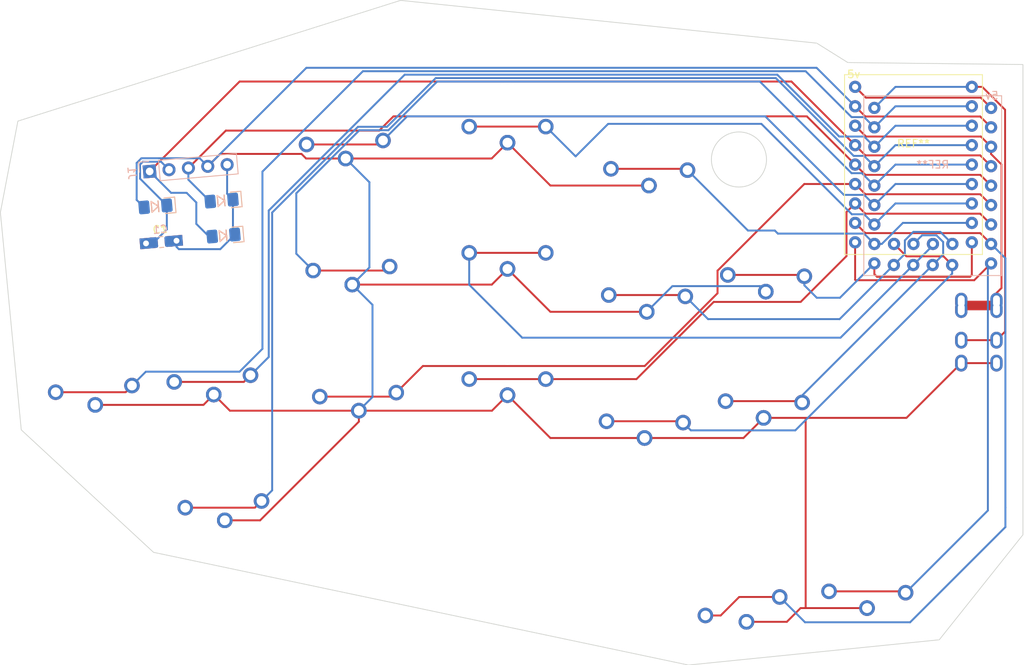
<source format=kicad_pcb>
(kicad_pcb (version 20211014) (generator pcbnew)
  (layers (0 "F.Cu" signal) (31 "B.Cu" signal) (34 "B.Paste" user) (35 "F.Paste" user) (36 "B.SilkS" user "B.Silkscreen") (37 "F.SilkS" user "F.Silkscreen") (38 "B.Mask" user) (39 "F.Mask" user) (44 "Edge.Cuts" user))
  (net 0 "")
  (net 1 "GND")
  (net 2 "5V")
  (net 3 "3V3")
  (net 4 "TP_DATA")
  (net 5 "TP_CLK")
  (net 6 "TX")
  (net 7 "VCC")
  (net 8 "Net-(C1-Pad2)")
  (net 9 "SW1")
  (net 10 "SW2")
  (net 11 "SW3")
  (net 12 "SW4")
  (net 13 "SW5")
  (net 14 "SW6")
  (net 15 "SW7")
  (net 16 "SW8")
  (net 17 "SW9")
  (net 18 "SW10")
  (net 19 "SW11")
  (net 20 "SW12")
  (net 21 "SW13")
  (net 22 "SW14")
  (net 23 "SW15")
  (net 24 "SW16")
  (footprint "PG1350" (layer "F.Cu") (at 135.382 87.63 179)
    (fp_text reference "S11" hide)
    (fp_text value "" hide)
    (pad "" np_thru_hole circle locked (at -5.5 0) (size 1.7018 1.7018) (drill 1.7018) (layers *.Cu *.Mask))
    (pad "" np_thru_hole circle locked (at 0 0) (size 3.429 3.429) (drill 3.429) (layers *.Cu *.Mask))
    (pad "" np_thru_hole circle locked (at 5.5 0) (size 1.7018 1.7018) (drill 1.7018) (layers *.Cu *.Mask))
    (pad "1" thru_hole circle locked (at 5 -3.8) (size 2.032 2.032) (drill 1.27) (layers *.Cu *.Mask) (net 16 "SW8"))
    (pad "1" thru_hole circle locked (at -5 -3.8) (size 2.032 2.032) (drill 1.27) (layers *.Cu *.Mask) (net 16 "SW8"))
    (pad "2" thru_hole circle locked (at 0 -5.9) (size 2.032 2.032) (drill 1.27) (layers *.Cu *.Mask) (net 1 "GND"))
    (pad "2" thru_hole circle locked (at 0 -5.9) (size 2.032 2.032) (drill 1.27) (layers *.Cu *.Mask) (net 1 "GND"))
  )
  (footprint "PG1350" (layer "F.Cu") (at 97.373507 100.562368 -177)
    (fp_text reference "S4" hide)
    (fp_text value "" hide)
    (pad "" np_thru_hole circle locked (at 0 0) (size 3.429 3.429) (drill 3.429) (layers *.Cu *.Mask))
    (pad "" np_thru_hole circle locked (at 5.5 0) (size 1.7018 1.7018) (drill 1.7018) (layers *.Cu *.Mask))
    (pad "" np_thru_hole circle locked (at -5.5 0) (size 1.7018 1.7018) (drill 1.7018) (layers *.Cu *.Mask))
    (pad "1" thru_hole circle locked (at -5 -3.8) (size 2.032 2.032) (drill 1.27) (layers *.Cu *.Mask) (net 23 "SW15"))
    (pad "1" thru_hole circle locked (at 5 -3.8) (size 2.032 2.032) (drill 1.27) (layers *.Cu *.Mask) (net 23 "SW15"))
    (pad "2" thru_hole circle locked (at 0 -5.9) (size 2.032 2.032) (drill 1.27) (layers *.Cu *.Mask) (net 1 "GND"))
    (pad "2" thru_hole circle locked (at 0 -5.9) (size 2.032 2.032) (drill 1.27) (layers *.Cu *.Mask) (net 1 "GND"))
  )
  (footprint "zero point:RP2040-Zero" (layer "F.Cu") (at 161.112507 86.042368)
    (fp_text reference "REF**" (at 9 -14.5 unlocked) (layer "F.SilkS"))
    (fp_text value "RP2040-Zero")
    (pad "1" thru_hole circle (at 16.62 -21.91) (size 1.6 1.6) (drill 0.8) (layers *.Cu *.Mask) (net 6 "TX"))
    (pad "2" thru_hole circle (at 16.62 -19.37) (size 1.6 1.6) (drill 0.8) (layers *.Cu *.Mask) (net 24 "SW16"))
    (pad "3" thru_hole circle (at 16.62 -16.83) (size 1.6 1.6) (drill 0.8) (layers *.Cu *.Mask) (net 9 "SW1"))
    (pad "4" thru_hole circle (at 16.62 -14.29) (size 1.6 1.6) (drill 0.8) (layers *.Cu *.Mask) (net 10 "SW2"))
    (pad "5" thru_hole circle (at 16.62 -11.75) (size 1.6 1.6) (drill 0.8) (layers *.Cu *.Mask) (net 11 "SW3"))
    (pad "6" thru_hole circle (at 16.62 -9.21) (size 1.6 1.6) (drill 0.8) (layers *.Cu *.Mask) (net 12 "SW4"))
    (pad "7" thru_hole circle (at 16.62 -6.67) (size 1.6 1.6) (drill 0.8) (layers *.Cu *.Mask) (net 13 "SW5"))
    (pad "8" thru_hole circle (at 16.62 -4.13) (size 1.6 1.6) (drill 0.8) (layers *.Cu *.Mask) (net 14 "SW6"))
    (pad "9" thru_hole circle (at 16.62 -1.59) (size 1.6 1.6) (drill 0.8) (layers *.Cu *.Mask) (net 15 "SW7"))
    (pad "10" thru_hole circle (at 14.08 -1.38) (size 1.6 1.6) (drill 0.8) (layers *.Cu *.Mask) (net 16 "SW8"))
    (pad "11" thru_hole circle (at 11.54 -1.38) (size 1.6 1.6) (drill 0.8) (layers *.Cu *.Mask) (net 17 "SW9"))
    (pad "12" thru_hole circle (at 9 -1.38) (size 1.6 1.6) (drill 0.8) (layers *.Cu *.Mask) (net 18 "SW10"))
    (pad "13" thru_hole circle (at 6.46 -1.38) (size 1.6 1.6) (drill 0.8) (layers *.Cu *.Mask) (net 19 "SW11"))
    (pad "15" thru_hole circle (at 1.38 -1.59) (size 1.6 1.6) (drill 0.8) (layers *.Cu *.Mask) (net 20 "SW12"))
    (pad "16" thru_hole circle (at 1.38 -4.13) (size 1.6 1.6) (drill 0.8) (layers *.Cu *.Mask) (net 21 "SW13"))
    (pad "17" thru_hole circle (at 1.38 -6.67) (size 1.6 1.6) (drill 0.8) (layers *.Cu *.Mask) (net 22 "SW14"))
    (pad "18" thru_hole circle (at 1.38 -9.21) (size 1.6 1.6) (drill 0.8) (layers *.Cu *.Mask) (net 23 "SW15"))
    (pad "19" thru_hole circle (at 1.38 -11.75) (size 1.6 1.6) (drill 0.8) (layers *.Cu *.Mask) (net 5 "TP_CLK"))
    (pad "20" thru_hole circle (at 1.38 -14.29) (size 1.6 1.6) (drill 0.8) (layers *.Cu *.Mask) (net 4 "TP_DATA"))
    (pad "21" thru_hole circle (at 1.38 -16.83) (size 1.6 1.6) (drill 0.8) (layers *.Cu *.Mask) (net 3 "3V3"))
    (pad "22" thru_hole circle (at 1.38 -21.91) (size 1.6 1.6) (drill 0.8) (layers *.Cu *.Mask) (net 2 "5V"))
    (pad "23" thru_hole circle (at 1.38 -19.37) (size 1.6 1.6) (drill 0.8) (layers *.Cu *.Mask) (net 1 "GND"))
  )
  (footprint "PG1350" (layer "F.Cu") (at 150.642287 101.49844 179)
    (fp_text reference "S13" hide)
    (fp_text value "" hide)
    (pad "" np_thru_hole circle locked (at 5.5 0) (size 1.7018 1.7018) (drill 1.7018) (layers *.Cu *.Mask))
    (pad "" np_thru_hole circle locked (at 0 0) (size 3.429 3.429) (drill 3.429) (layers *.Cu *.Mask))
    (pad "" np_thru_hole circle locked (at -5.5 0) (size 1.7018 1.7018) (drill 1.7018) (layers *.Cu *.Mask))
    (pad "1" thru_hole circle locked (at -5 -3.8) (size 2.032 2.032) (drill 1.27) (layers *.Cu *.Mask) (net 18 "SW10"))
    (pad "1" thru_hole circle locked (at 5 -3.8) (size 2.032 2.032) (drill 1.27) (layers *.Cu *.Mask) (net 18 "SW10"))
    (pad "2" thru_hole circle locked (at 0 -5.9) (size 2.032 2.032) (drill 1.27) (layers *.Cu *.Mask) (net 1 "GND"))
    (pad "2" thru_hole circle locked (at 0 -5.9) (size 2.032 2.032) (drill 1.27) (layers *.Cu *.Mask) (net 1 "GND"))
  )
  (footprint "PG1350" (layer "F.Cu") (at 95.64642 67.607593 -177)
    (fp_text reference "S6" hide)
    (fp_text value "" hide)
    (pad "" np_thru_hole circle locked (at 5.5 0) (size 1.7018 1.7018) (drill 1.7018) (layers *.Cu *.Mask))
    (pad "" np_thru_hole circle locked (at -5.5 0) (size 1.7018 1.7018) (drill 1.7018) (layers *.Cu *.Mask))
    (pad "" np_thru_hole circle locked (at 0 0) (size 3.429 3.429) (drill 3.429) (layers *.Cu *.Mask))
    (pad "1" thru_hole circle locked (at -5 -3.8) (size 2.032 2.032) (drill 1.27) (layers *.Cu *.Mask) (net 12 "SW4"))
    (pad "1" thru_hole circle locked (at 5 -3.8) (size 2.032 2.032) (drill 1.27) (layers *.Cu *.Mask) (net 12 "SW4"))
    (pad "2" thru_hole circle locked (at 0 -5.9) (size 2.032 2.032) (drill 1.27) (layers *.Cu *.Mask) (net 1 "GND"))
    (pad "2" thru_hole circle locked (at 0 -5.9) (size 2.032 2.032) (drill 1.27) (layers *.Cu *.Mask) (net 1 "GND"))
  )
  (footprint "PG1350" (layer "F.Cu") (at 150.930252 85.000953 179)
    (fp_text reference "S14" hide)
    (fp_text value "" hide)
    (pad "" np_thru_hole circle locked (at 0 0) (size 3.429 3.429) (drill 3.429) (layers *.Cu *.Mask))
    (pad "" np_thru_hole circle locked (at -5.5 0) (size 1.7018 1.7018) (drill 1.7018) (layers *.Cu *.Mask))
    (pad "" np_thru_hole circle locked (at 5.5 0) (size 1.7018 1.7018) (drill 1.7018) (layers *.Cu *.Mask))
    (pad "1" thru_hole circle locked (at 5 -3.8) (size 2.032 2.032) (drill 1.27) (layers *.Cu *.Mask) (net 15 "SW7"))
    (pad "1" thru_hole circle locked (at -5 -3.8) (size 2.032 2.032) (drill 1.27) (layers *.Cu *.Mask) (net 15 "SW7"))
    (pad "2" thru_hole circle locked (at 0 -5.9) (size 2.032 2.032) (drill 1.27) (layers *.Cu *.Mask) (net 1 "GND"))
    (pad "2" thru_hole circle locked (at 0 -5.9) (size 2.032 2.032) (drill 1.27) (layers *.Cu *.Mask) (net 1 "GND"))
  )
  (footprint "PG1350" (layer "F.Cu") (at 117.094036 82.027486 180)
    (fp_text reference "S8" hide)
    (fp_text value "" hide)
    (pad "" np_thru_hole circle locked (at 0 0) (size 3.429 3.429) (drill 3.429) (layers *.Cu *.Mask))
    (pad "" np_thru_hole circle locked (at -5.5 0) (size 1.7018 1.7018) (drill 1.7018) (layers *.Cu *.Mask))
    (pad "" np_thru_hole circle locked (at 5.5 0) (size 1.7018 1.7018) (drill 1.7018) (layers *.Cu *.Mask))
    (pad "1" thru_hole circle locked (at 5 -3.8) (size 2.032 2.032) (drill 1.27) (layers *.Cu *.Mask) (net 17 "SW9"))
    (pad "1" thru_hole circle locked (at -5 -3.8) (size 2.032 2.032) (drill 1.27) (layers *.Cu *.Mask) (net 17 "SW9"))
    (pad "2" thru_hole circle locked (at 0 -5.9) (size 2.032 2.032) (drill 1.27) (layers *.Cu *.Mask) (net 1 "GND"))
    (pad "2" thru_hole circle locked (at 0 -5.9) (size 2.032 2.032) (drill 1.27) (layers *.Cu *.Mask) (net 1 "GND"))
  )
  (footprint "PG1350" (layer "F.Cu") (at 117.094036 98.527486 180)
    (fp_text reference "S7" hide)
    (fp_text value "" hide)
    (pad "" np_thru_hole circle locked (at 5.5 0) (size 1.7018 1.7018) (drill 1.7018) (layers *.Cu *.Mask))
    (pad "" np_thru_hole circle locked (at 0 0) (size 3.429 3.429) (drill 3.429) (layers *.Cu *.Mask))
    (pad "" np_thru_hole circle locked (at -5.5 0) (size 1.7018 1.7018) (drill 1.7018) (layers *.Cu *.Mask))
    (pad "1" thru_hole circle locked (at -5 -3.8) (size 2.032 2.032) (drill 1.27) (layers *.Cu *.Mask) (net 22 "SW14"))
    (pad "1" thru_hole circle locked (at 5 -3.8) (size 2.032 2.032) (drill 1.27) (layers *.Cu *.Mask) (net 22 "SW14"))
    (pad "2" thru_hole circle locked (at 0 -5.9) (size 2.032 2.032) (drill 1.27) (layers *.Cu *.Mask) (net 1 "GND"))
    (pad "2" thru_hole circle locked (at 0 -5.9) (size 2.032 2.032) (drill 1.27) (layers *.Cu *.Mask) (net 1 "GND"))
  )
  (footprint "PG1350" (layer "F.Cu") (at 135.094036 104.127487 179)
    (fp_text reference "S10" hide)
    (fp_text value "" hide)
    (pad "" np_thru_hole circle locked (at -5.5 0) (size 1.7018 1.7018) (drill 1.7018) (layers *.Cu *.Mask))
    (pad "" np_thru_hole circle locked (at 5.5 0) (size 1.7018 1.7018) (drill 1.7018) (layers *.Cu *.Mask))
    (pad "" np_thru_hole circle locked (at 0 0) (size 3.429 3.429) (drill 3.429) (layers *.Cu *.Mask))
    (pad "1" thru_hole circle locked (at -5 -3.8) (size 2.032 2.032) (drill 1.27) (layers *.Cu *.Mask) (net 19 "SW11"))
    (pad "1" thru_hole circle locked (at 5 -3.8) (size 2.032 2.032) (drill 1.27) (layers *.Cu *.Mask) (net 19 "SW11"))
    (pad "2" thru_hole circle locked (at 0 -5.9) (size 2.032 2.032) (drill 1.27) (layers *.Cu *.Mask) (net 1 "GND"))
    (pad "2" thru_hole circle locked (at 0 -5.9) (size 2.032 2.032) (drill 1.27) (layers *.Cu *.Mask) (net 1 "GND"))
  )
  (footprint "TRRS-PJ-320A-dual" (layer "F.Cu") (at 176.353507 103.438868 180)
    (fp_text reference "REF**")
    (fp_text value "TRRS-PJ-320A-dual")
    (pad "" np_thru_hole circle locked (at -2.3 1.6 180) (size 1.5 1.5) (drill 1.5) (layers *.Cu *.Mask))
    (pad "" np_thru_hole circle locked (at -2.3 8.6 180) (size 1.5 1.5) (drill 1.5) (layers *.Cu *.Mask))
    (pad "1" thru_hole oval locked (at 0 11.3 180) (size 1.6 2.2) (drill oval 0.9 1.5) (layers *.Cu *.Mask) (net 3 "3V3"))
    (pad "1" thru_hole oval locked (at -4.6 11.3 180) (size 1.6 2.2) (drill oval 0.9 1.5) (layers *.Cu *.Mask) (net 3 "3V3"))
    (pad "2" thru_hole oval locked (at 0 10.2 180) (size 1.6 2.2) (drill oval 0.9 1.5) (layers *.Cu *.Mask) (net 3 "3V3"))
    (pad "2" thru_hole oval locked (at -4.6 10.2 180) (size 1.6 2.2) (drill oval 0.9 1.5) (layers *.Cu *.Mask) (net 3 "3V3"))
    (pad "3" thru_hole oval locked (at -4.6 6.2 180) (size 1.6 2.2) (drill oval 0.9 1.5) (layers *.Cu *.Mask) (net 6 "TX"))
    (pad "3" thru_hole oval locked (at 0 6.2 180) (size 1.6 2.2) (drill oval 0.9 1.5) (layers *.Cu *.Mask) (net 6 "TX"))
    (pad "4" thru_hole oval locked (at 0 3.2 180) (size 1.6 2.2) (drill oval 0.9 1.5) (layers *.Cu *.Mask) (net 1 "GND"))
    (pad "4" thru_hole oval locked (at -4.6 3.2 180) (size 1.6 2.2) (drill oval 0.9 1.5) (layers *.Cu *.Mask) (net 1 "GND"))
  )
  (footprint "PG1350" (layer "F.Cu") (at 79.656663 114.911094 -175)
    (fp_text reference "S2" hide)
    (fp_text value "" hide)
    (pad "" np_thru_hole circle locked (at -5.5 0) (size 1.7018 1.7018) (drill 1.7018) (layers *.Cu *.Mask))
    (pad "" np_thru_hole circle locked (at 5.5 0) (size 1.7018 1.7018) (drill 1.7018) (layers *.Cu *.Mask))
    (pad "" np_thru_hole circle locked (at 0 0) (size 3.429 3.429) (drill 3.429) (layers *.Cu *.Mask))
    (pad "1" thru_hole circle locked (at -5 -3.8) (size 2.032 2.032) (drill 1.27) (layers *.Cu *.Mask) (net 10 "SW2"))
    (pad "1" thru_hole circle locked (at 5 -3.8) (size 2.032 2.032) (drill 1.27) (layers *.Cu *.Mask) (net 10 "SW2"))
    (pad "2" thru_hole circle locked (at 0 -5.9) (size 2.032 2.032) (drill 1.27) (layers *.Cu *.Mask) (net 1 "GND"))
    (pad "2" thru_hole circle locked (at 0 -5.9) (size 2.032 2.032) (drill 1.27) (layers *.Cu *.Mask) (net 1 "GND"))
  )
  (footprint "PG1350" (layer "F.Cu") (at 135.669965 71.132513 179)
    (fp_text reference "S12" hide)
    (fp_text value "" hide)
    (pad "" np_thru_hole circle locked (at -5.5 0) (size 1.7018 1.7018) (drill 1.7018) (layers *.Cu *.Mask))
    (pad "" np_thru_hole circle locked (at 5.5 0) (size 1.7018 1.7018) (drill 1.7018) (layers *.Cu *.Mask))
    (pad "" np_thru_hole circle locked (at 0 0) (size 3.429 3.429) (drill 3.429) (layers *.Cu *.Mask))
    (pad "1" thru_hole circle locked (at 5 -3.8) (size 2.032 2.032) (drill 1.27) (layers *.Cu *.Mask) (net 14 "SW6"))
    (pad "1" thru_hole circle locked (at -5 -3.8) (size 2.032 2.032) (drill 1.27) (layers *.Cu *.Mask) (net 14 "SW6"))
    (pad "2" thru_hole circle locked (at 0 -5.9) (size 2.032 2.032) (drill 1.27) (layers *.Cu *.Mask) (net 1 "GND"))
    (pad "2" thru_hole circle locked (at 0 -5.9) (size 2.032 2.032) (drill 1.27) (layers *.Cu *.Mask) (net 1 "GND"))
  )
  (footprint "PG1350" (layer "F.Cu") (at 96.509964 84.084981 -177)
    (fp_text reference "S5" hide)
    (fp_text value "" hide)
    (pad "" np_thru_hole circle locked (at -5.5 0) (size 1.7018 1.7018) (drill 1.7018) (layers *.Cu *.Mask))
    (pad "" np_thru_hole circle locked (at 0 0) (size 3.429 3.429) (drill 3.429) (layers *.Cu *.Mask))
    (pad "" np_thru_hole circle locked (at 5.5 0) (size 1.7018 1.7018) (drill 1.7018) (layers *.Cu *.Mask))
    (pad "1" thru_hole circle locked (at 5 -3.8) (size 2.032 2.032) (drill 1.27) (layers *.Cu *.Mask) (net 11 "SW3"))
    (pad "1" thru_hole circle locked (at -5 -3.8) (size 2.032 2.032) (drill 1.27) (layers *.Cu *.Mask) (net 11 "SW3"))
    (pad "2" thru_hole circle locked (at 0 -5.9) (size 2.032 2.032) (drill 1.27) (layers *.Cu *.Mask) (net 1 "GND"))
    (pad "2" thru_hole circle locked (at 0 -5.9) (size 2.032 2.032) (drill 1.27) (layers *.Cu *.Mask) (net 1 "GND"))
  )
  (footprint "PG1350" (layer "F.Cu") (at 117.094036 65.527486 180)
    (fp_text reference "S9" hide)
    (fp_text value "" hide)
    (pad "" np_thru_hole circle locked (at 5.5 0) (size 1.7018 1.7018) (drill 1.7018) (layers *.Cu *.Mask))
    (pad "" np_thru_hole circle locked (at 0 0) (size 3.429 3.429) (drill 3.429) (layers *.Cu *.Mask))
    (pad "" np_thru_hole circle locked (at -5.5 0) (size 1.7018 1.7018) (drill 1.7018) (layers *.Cu *.Mask))
    (pad "1" thru_hole circle locked (at -5 -3.8) (size 2.032 2.032) (drill 1.27) (layers *.Cu *.Mask) (net 13 "SW5"))
    (pad "1" thru_hole circle locked (at 5 -3.8) (size 2.032 2.032) (drill 1.27) (layers *.Cu *.Mask) (net 13 "SW5"))
    (pad "2" thru_hole circle locked (at 0 -5.9) (size 2.032 2.032) (drill 1.27) (layers *.Cu *.Mask) (net 1 "GND"))
    (pad "2" thru_hole circle locked (at 0 -5.9) (size 2.032 2.032) (drill 1.27) (layers *.Cu *.Mask) (net 1 "GND"))
  )
  (footprint "PG1350" (layer "F.Cu") (at 146.873539 128.326383 -166)
    (fp_text reference "S15" hide)
    (fp_text value "" hide)
    (pad "" np_thru_hole circle locked (at -5.5 0) (size 1.7018 1.7018) (drill 1.7018) (layers *.Cu *.Mask))
    (pad "" np_thru_hole circle locked (at 0 0) (size 3.429 3.429) (drill 3.429) (layers *.Cu *.Mask))
    (pad "" np_thru_hole circle locked (at 5.5 0) (size 1.7018 1.7018) (drill 1.7018) (layers *.Cu *.Mask))
    (pad "1" thru_hole circle locked (at -5 -3.8) (size 2.032 2.032) (drill 1.27) (layers *.Cu *.Mask) (net 21 "SW13"))
    (pad "1" thru_hole circle locked (at 5 -3.8) (size 2.032 2.032) (drill 1.27) (layers *.Cu *.Mask) (net 21 "SW13"))
    (pad "2" thru_hole circle locked (at 0 -5.9) (size 2.032 2.032) (drill 1.27) (layers *.Cu *.Mask) (net 1 "GND"))
    (pad "2" thru_hole circle locked (at 0 -5.9) (size 2.032 2.032) (drill 1.27) (layers *.Cu *.Mask) (net 1 "GND"))
  )
  (footprint "PG1350" (layer "F.Cu") (at 62.738 99.822 -175)
    (fp_text reference "S1" hide)
    (fp_text value "" hide)
    (pad "" np_thru_hole circle locked (at 0 0) (size 3.429 3.429) (drill 3.429) (layers *.Cu *.Mask))
    (pad "" np_thru_hole circle locked (at -5.5 0) (size 1.7018 1.7018) (drill 1.7018) (layers *.Cu *.Mask))
    (pad "" np_thru_hole circle locked (at 5.5 0) (size 1.7018 1.7018) (drill 1.7018) (layers *.Cu *.Mask))
    (pad "1" thru_hole circle locked (at 5 -3.8) (size 2.032 2.032) (drill 1.27) (layers *.Cu *.Mask) (net 24 "SW16"))
    (pad "1" thru_hole circle locked (at -5 -3.8) (size 2.032 2.032) (drill 1.27) (layers *.Cu *.Mask) (net 24 "SW16"))
    (pad "2" thru_hole circle locked (at 0 -5.9) (size 2.032 2.032) (drill 1.27) (layers *.Cu *.Mask) (net 1 "GND"))
    (pad "2" thru_hole circle locked (at 0 -5.9) (size 2.032 2.032) (drill 1.27) (layers *.Cu *.Mask) (net 1 "GND"))
  )
  (footprint "PG1350" (layer "F.Cu") (at 78.218593 98.473881 -175)
    (fp_text reference "S3" hide)
    (fp_text value "" hide)
    (pad "" np_thru_hole circle locked (at 5.5 0) (size 1.7018 1.7018) (drill 1.7018) (layers *.Cu *.Mask))
    (pad "" np_thru_hole circle locked (at 0 0) (size 3.429 3.429) (drill 3.429) (layers *.Cu *.Mask))
    (pad "" np_thru_hole circle locked (at -5.5 0) (size 1.7018 1.7018) (drill 1.7018) (layers *.Cu *.Mask))
    (pad "1" thru_hole circle locked (at 5 -3.8) (size 2.032 2.032) (drill 1.27) (layers *.Cu *.Mask) (net 9 "SW1"))
    (pad "1" thru_hole circle locked (at -5 -3.8) (size 2.032 2.032) (drill 1.27) (layers *.Cu *.Mask) (net 9 "SW1"))
    (pad "2" thru_hole circle locked (at 0 -5.9) (size 2.032 2.032) (drill 1.27) (layers *.Cu *.Mask) (net 1 "GND"))
    (pad "2" thru_hole circle locked (at 0 -5.9) (size 2.032 2.032) (drill 1.27) (layers *.Cu *.Mask) (net 1 "GND"))
  )
  (footprint "PG1350" (layer "F.Cu") (at 164.152301 126.357717 179)
    (fp_text reference "S16" hide)
    (fp_text value "" hide)
    (pad "" np_thru_hole circle locked (at -5.5 0) (size 1.7018 1.7018) (drill 1.7018) (layers *.Cu *.Mask))
    (pad "" np_thru_hole circle locked (at 5.5 0) (size 1.7018 1.7018) (drill 1.7018) (layers *.Cu *.Mask))
    (pad "" np_thru_hole circle locked (at 0 0) (size 3.429 3.429) (drill 3.429) (layers *.Cu *.Mask))
    (pad "1" thru_hole circle locked (at -5 -3.8) (size 2.032 2.032) (drill 1.27) (layers *.Cu *.Mask) (net 20 "SW12"))
    (pad "1" thru_hole circle locked (at 5 -3.8) (size 2.032 2.032) (drill 1.27) (layers *.Cu *.Mask) (net 20 "SW12"))
    (pad "2" thru_hole circle locked (at 0 -5.9) (size 2.032 2.032) (drill 1.27) (layers *.Cu *.Mask) (net 1 "GND"))
    (pad "2" thru_hole circle locked (at 0 -5.9) (size 2.032 2.032) (drill 1.27) (layers *.Cu *.Mask) (net 1 "GND"))
  )
  (footprint "pretty:D_1206_handsolder" (layer "B.Cu") (at 71.12 79.756 -175)
    (fp_text reference "R3" hide)
    (fp_text value "100kΩ")
    (pad "1" smd roundrect (at -1.4875 0 185) (size 1.425 1.75) (layers "B.Cu" "B.Paste" "B.Mask") (roundrect_rratio 0.175439) (net 8 "Net-(C1-Pad2)"))
    (pad "2" smd roundrect (at 1.4875 0 185) (size 1.425 1.75) (layers "B.Cu" "B.Paste" "B.Mask") (roundrect_rratio 0.175439) (net 1 "GND"))
  )
  (footprint "Connector_PinHeader_2.54mm:PinHeader_1x05_P2.54mm_Vertical" (layer "B.Cu") (at 70.358 75.184 -85)
    (fp_text reference "J1" (at 0 2.33 95) (layer "B.SilkS") (effects (justify mirror)))
    (fp_text value "TrackPoint")
    (pad "1" thru_hole rect (at 0 0 275) (size 1.7 1.7) (drill 1) (layers *.Cu *.Mask) (net 4 "TP_DATA"))
    (pad "2" thru_hole oval (at 0 -2.54 275) (size 1.7 1.7) (drill 1) (layers *.Cu *.Mask) (net 8 "Net-(C1-Pad2)"))
    (pad "3" thru_hole oval (at 0 -5.08 275) (size 1.7 1.7) (drill 1) (layers *.Cu *.Mask) (net 5 "TP_CLK"))
    (pad "4" thru_hole oval (at 0 -7.62 275) (size 1.7 1.7) (drill 1) (layers *.Cu *.Mask) (net 1 "GND"))
    (pad "5" thru_hole oval (at 0 -10.16 275) (size 1.7 1.7) (drill 1) (layers *.Cu *.Mask) (net 7 "VCC"))
  )
  (footprint "pretty:D_1206_handsolder" (layer "B.Cu") (at 80.01 83.566 -175)
    (fp_text reference "R2" hide)
    (fp_text value "4.7kΩ")
    (pad "1" smd roundrect (at -1.4875 0 185) (size 1.425 1.75) (layers "B.Cu" "B.Paste" "B.Mask") (roundrect_rratio 0.175439) (net 7 "VCC"))
    (pad "2" smd roundrect (at 1.4875 0 185) (size 1.425 1.75) (layers "B.Cu" "B.Paste" "B.Mask") (roundrect_rratio 0.175439) (net 4 "TP_DATA"))
  )
  (footprint "zero point:RP2040-Zero" (layer "B.Cu") (at 181.625 88.794368 180)
    (fp_text reference "REF**" (at 9 14.5 unlocked) (layer "B.SilkS") (effects (justify mirror)))
    (fp_text value "RP2040-Zero")
    (pad "1" thru_hole circle (at 16.62 21.91 180) (size 1.6 1.6) (drill 0.8) (layers *.Cu *.Mask) (net 6 "TX"))
    (pad "2" thru_hole circle (at 16.62 19.37 180) (size 1.6 1.6) (drill 0.8) (layers *.Cu *.Mask) (net 24 "SW16"))
    (pad "3" thru_hole circle (at 16.62 16.83 180) (size 1.6 1.6) (drill 0.8) (layers *.Cu *.Mask) (net 9 "SW1"))
    (pad "4" thru_hole circle (at 16.62 14.29 180) (size 1.6 1.6) (drill 0.8) (layers *.Cu *.Mask) (net 10 "SW2"))
    (pad "5" thru_hole circle (at 16.62 11.75 180) (size 1.6 1.6) (drill 0.8) (layers *.Cu *.Mask) (net 11 "SW3"))
    (pad "6" thru_hole circle (at 16.62 9.21 180) (size 1.6 1.6) (drill 0.8) (layers *.Cu *.Mask) (net 12 "SW4"))
    (pad "7" thru_hole circle (at 16.62 6.67 180) (size 1.6 1.6) (drill 0.8) (layers *.Cu *.Mask) (net 13 "SW5"))
    (pad "8" thru_hole circle (at 16.62 4.13 180) (size 1.6 1.6) (drill 0.8) (layers *.Cu *.Mask) (net 14 "SW6"))
    (pad "9" thru_hole circle (at 16.62 1.59 180) (size 1.6 1.6) (drill 0.8) (layers *.Cu *.Mask) (net 15 "SW7"))
    (pad "10" thru_hole circle (at 14.08 1.38 180) (size 1.6 1.6) (drill 0.8) (layers *.Cu *.Mask) (net 16 "SW8"))
    (pad "11" thru_hole circle (at 11.54 1.38 180) (size 1.6 1.6) (drill 0.8) (layers *.Cu *.Mask) (net 17 "SW9"))
    (pad "12" thru_hole circle (at 9 1.38 180) (size 1.6 1.6) (drill 0.8) (layers *.Cu *.Mask) (net 18 "SW10"))
    (pad "13" thru_hole circle (at 6.46 1.38 180) (size 1.6 1.6) (drill 0.8) (layers *.Cu *.Mask) (net 19 "SW11"))
    (pad "15" thru_hole circle (at 1.38 1.59 180) (size 1.6 1.6) (drill 0.8) (layers *.Cu *.Mask) (net 20 "SW12"))
    (pad "16" thru_hole circle (at 1.38 4.13 180) (size 1.6 1.6) (drill 0.8) (layers *.Cu *.Mask) (net 21 "SW13"))
    (pad "17" thru_hole circle (at 1.38 6.67 180) (size 1.6 1.6) (drill 0.8) (layers *.Cu *.Mask) (net 22 "SW14"))
    (pad "18" thru_hole circle (at 1.38 9.21 180) (size 1.6 1.6) (drill 0.8) (layers *.Cu *.Mask) (net 23 "SW15"))
    (pad "19" thru_hole circle (at 1.38 11.75 180) (size 1.6 1.6) (drill 0.8) (layers *.Cu *.Mask) (net 5 "TP_CLK"))
    (pad "20" thru_hole circle (at 1.38 14.29 180) (size 1.6 1.6) (drill 0.8) (layers *.Cu *.Mask) (net 4 "TP_DATA"))
    (pad "21" thru_hole circle (at 1.38 16.83 180) (size 1.6 1.6) (drill 0.8) (layers *.Cu *.Mask) (net 3 "3V3"))
    (pad "22" thru_hole circle (at 1.38 21.91 180) (size 1.6 1.6) (drill 0.8) (layers *.Cu *.Mask) (net 2 "5V"))
    (pad "23" thru_hole circle (at 1.38 19.37 180) (size 1.6 1.6) (drill 0.8) (layers *.Cu *.Mask) (net 1 "GND"))
  )
  (footprint "pretty:C_THT_SMD_0805_HandSolder_Reversable" (layer "B.Cu") (at 71.8769 84.417335 -175)
    (fp_text reference "C1" (at 0 1.65 5) (layer "B.SilkS") (effects (justify mirror)))
    (fp_text value "2.2uF")
    (fp_text user "${REFERENCE}" (at 0 1.65 5) (layer "F.SilkS"))
    (pad "1" smd roundrect locked (at -1.025 0 185) (size 1.15 1.4) (layers "B.Cu" "B.Paste" "B.Mask") (roundrect_rratio 0.217391) (net 7 "VCC"))
    (pad "1" thru_hole rect (at -2 0 185) (size 1.6 1.4) (drill 0.762) (layers *.Cu *.Mask) (net 7 "VCC"))
    (pad "1" smd roundrect locked (at -1.025 0 185) (size 1.15 1.4) (layers "F.Cu" "F.Paste" "F.Mask") (roundrect_rratio 0.217391) (net 7 "VCC"))
    (pad "2" thru_hole rect (at 2 0 185) (size 1.6 1.4) (drill 0.762) (layers *.Cu *.Mask) (net 8 "Net-(C1-Pad2)"))
    (pad "2" smd roundrect locked (at 1.03 0 185) (size 1.15 1.4) (layers "F.Cu" "F.Paste" "F.Mask") (roundrect_rratio 0.217391) (net 8 "Net-(C1-Pad2)"))
    (pad "2" smd roundrect locked (at 1.025 0 185) (size 1.15 1.4) (layers "B.Cu" "B.Paste" "B.Mask") (roundrect_rratio 0.217391) (net 8 "Net-(C1-Pad2)"))
  )
  (footprint "pretty:D_1206_handsolder" (layer "B.Cu") (at 79.756 78.994 -175)
    (fp_text reference "R1" hide)
    (fp_text value "4.7kΩ")
    (pad "1" smd roundrect (at -1.4875 0 185) (size 1.425 1.75) (layers "B.Cu" "B.Paste" "B.Mask") (roundrect_rratio 0.175439) (net 7 "VCC"))
    (pad "2" smd roundrect (at 1.4875 0 185) (size 1.425 1.75) (layers "B.Cu" "B.Paste" "B.Mask") (roundrect_rratio 0.175439) (net 5 "TP_CLK"))
  )
  (gr_poly (pts (xy 157.48 58.42) (xy 161.544 60.96) (xy 184.404 61.214) (xy 184.404 122.682) (xy 173.482 136.398) (xy 140.716 139.7) (xy 70.866 124.968) (xy 53.594 108.966) (xy 50.866046 80.546861) (xy 53.152046 68.608861) (xy 103.124 52.832)) (layer "Edge.Cuts") (width 0.1) (fill none))
  (gr_circle (center 147.32 73.626991) (end 150.92 73.626991) (layer "Edge.Cuts") (width 0.1) (fill none))
  (gr_text "5v" (at 180.34 65.278) (layer "B.SilkS") (effects (font (size 1 1)) (justify mirror)))
  (gr_text "5v" (at 162.306 62.484) (layer "F.SilkS") (effects (font (size 1 1))))
  (segment (start 77.384693 105.699549) (end 78.732812 104.35143) (width 0.25) (layer "F.Cu") (net 1))
  (segment (start 115.044627 89.976895) (end 96.818746 89.976895) (width 0.25) (layer "F.Cu") (net 1))
  (segment (start 153.576508 134.051128) (end 148.300878 134.051128) (width 0.25) (layer "F.Cu") (net 1))
  (segment (start 134.991067 110.026588) (end 122.693138 110.026588) (width 0.25) (layer "F.Cu") (net 1))
  (segment (start 80.835664 106.454282) (end 78.732812 104.35143) (width 0.25) (layer "F.Cu") (net 1))
  (segment (start 176.353507 100.238868) (end 180.953507 100.238868) (width 0.25) (layer "F.Cu") (net 1))
  (segment (start 156.033182 132.256818) (end 156.033182 107.469339) (width 0.25) (layer "F.Cu") (net 1))
  (segment (start 115.06724 106.454282) (end 117.094036 104.427486) (width 0.25) (layer "F.Cu") (net 1))
  (segment (start 178.829511 68.008879) (end 180.245 69.424368) (width 0.25) (layer "F.Cu") (net 1))
  (segment (start 163.829018 68.008879) (end 178.829511 68.008879) (width 0.25) (layer "F.Cu") (net 1))
  (segment (start 135.566996 77.031614) (end 122.698164 77.031614) (width 0.25) (layer "F.Cu") (net 1))
  (segment (start 115.022015 73.499507) (end 117.094036 71.427486) (width 0.25) (layer "F.Cu") (net 1))
  (segment (start 122.695651 93.529101) (end 117.094036 87.927486) (width 0.25) (layer "F.Cu") (net 1))
  (segment (start 117.094036 87.927486) (end 115.044627 89.976895) (width 0.25) (layer "F.Cu") (net 1))
  (segment (start 122.693138 110.026588) (end 117.094036 104.427486) (width 0.25) (layer "F.Cu") (net 1))
  (segment (start 164.049332 132.256818) (end 156.033182 132.256818) (width 0.25) (layer "F.Cu") (net 1))
  (segment (start 97.682289 106.454282) (end 80.835664 106.454282) (width 0.25) (layer "F.Cu") (net 1))
  (segment (start 90.791821 73.499507) (end 90.190314 72.898) (width 0.25) (layer "F.Cu") (net 1))
  (segment (start 135.279031 93.529101) (end 122.695651 93.529101) (width 0.25) (layer "F.Cu") (net 1))
  (segment (start 150.539318 107.397541) (end 169.194834 107.397541) (width 0.25) (layer "F.Cu") (net 1))
  (segment (start 97.682289 107.891122) (end 97.682289 106.454282) (width 0.25) (layer "F.Cu") (net 1))
  (segment (start 90.190314 72.898) (end 79.570877 72.898) (width 0.25) (layer "F.Cu") (net 1))
  (segment (start 122.698164 77.031614) (end 117.094036 71.427486) (width 0.25) (layer "F.Cu") (net 1))
  (segment (start 169.194834 107.397541) (end 176.353507 100.238868) (width 0.25) (layer "F.Cu") (net 1))
  (segment (start 95.955202 73.499507) (end 90.791821 73.499507) (width 0.25) (layer "F.Cu") (net 1))
  (segment (start 95.955202 73.499507) (end 115.022015 73.499507) (width 0.25) (layer "F.Cu") (net 1))
  (segment (start 79.570877 72.898) (end 77.949004 74.519873) (width 0.25) (layer "F.Cu") (net 1))
  (segment (start 162.492507 66.672368) (end 163.829018 68.008879) (width 0.25) (layer "F.Cu") (net 1))
  (segment (start 63.252219 105.699549) (end 77.384693 105.699549) (width 0.25) (layer "F.Cu") (net 1))
  (segment (start 155.370818 132.256818) (end 153.576508 134.051128) (width 0.25) (layer "F.Cu") (net 1))
  (segment (start 97.682289 106.454282) (end 115.06724 106.454282) (width 0.25) (layer "F.Cu") (net 1))
  (segment (start 156.033182 132.256818) (end 155.370818 132.256818) (width 0.25) (layer "F.Cu") (net 1))
  (segment (start 84.784768 120.788643) (end 97.682289 107.891122) (width 0.25) (layer "F.Cu") (net 1))
  (segment (start 150.539318 107.397541) (end 147.910271 110.026588) (width 0.25) (layer "F.Cu") (net 1))
  (segment (start 80.170882 120.788643) (end 84.784768 120.788643) (width 0.25) (layer "F.Cu") (net 1))
  (segment (start 147.910271 110.026588) (end 134.991067 110.026588) (width 0.25) (layer "F.Cu") (net 1))
  (segment (start 156.033182 107.469339) (end 156.031218 107.467375) (width 0.25) (layer "F.Cu") (net 1))
  (segment (start 157.460524 61.640385) (end 90.828492 61.640385) (width 0.25) (layer "B.Cu") (net 1))
  (segment (start 99.462528 104.674043) (end 97.682289 106.454282) (width 0.25) (layer "B.Cu") (net 1))
  (segment (start 99.06 76.604305) (end 99.06 87.735641) (width 0.25) (layer "B.Cu") (net 1))
  (segment (start 150.827283 90.900054) (end 150.103401 90.176172) (width 0.25) (layer "B.Cu") (net 1))
  (segment (start 99.462528 92.620677) (end 99.462528 104.674043) (width 0.25) (layer "B.Cu") (net 1))
  (segment (start 77.949004 74.519873) (end 76.893611 73.46448) (width 0.25) (layer "B.Cu") (net 1))
  (segment (start 96.818746 89.976895) (end 99.462528 92.620677) (width 0.25) (layer "B.Cu") (net 1))
  (segment (start 90.828492 61.640385) (end 77.949004 74.519873) (width 0.25) (layer "B.Cu") (net 1))
  (segment (start 95.955202 73.499507) (end 99.06 76.604305) (width 0.25) (layer "B.Cu") (net 1))
  (segment (start 68.663112 78.910596) (end 69.63816 79.885644) (width 0.25) (layer "B.Cu") (net 1))
  (segment (start 76.893611 73.46448) (end 69.28352 73.46448) (width 0.25) (layer "B.Cu") (net 1))
  (segment (start 138.63196 90.176172) (end 135.279031 93.529101) (width 0.25) (layer "B.Cu") (net 1))
  (segment (start 69.28352 73.46448) (end 68.663112 74.084888) (width 0.25) (layer "B.Cu") (net 1))
  (segment (start 68.663112 74.084888) (end 68.663112 78.910596) (width 0.25) (layer "B.Cu") (net 1))
  (segment (start 99.06 87.735641) (end 96.818746 89.976895) (width 0.25) (layer "B.Cu") (net 1))
  (segment (start 150.103401 90.176172) (end 138.63196 90.176172) (width 0.25) (layer "B.Cu") (net 1))
  (segment (start 162.492507 66.672368) (end 157.460524 61.640385) (width 0.25) (layer "B.Cu") (net 1))
  (segment (start 163.907996 65.547857) (end 178.908489 65.547857) (width 0.25) (layer "F.Cu") (net 2))
  (segment (start 178.908489 65.547857) (end 180.245 66.884368) (width 0.25) (layer "F.Cu") (net 2))
  (segment (start 162.492507 64.132368) (end 163.907996 65.547857) (width 0.25) (layer "F.Cu") (net 2))
  (segment (start 181.61 74.279068) (end 181.61 90.424) (width 0.25) (layer "F.Cu") (net 3))
  (segment (start 162.492507 69.212368) (end 163.907996 70.627857) (width 0.25) (layer "F.Cu") (net 3))
  (segment (start 176.353507 93.238868) (end 176.882375 92.71) (width 0.25) (layer "F.Cu") (net 3))
  (segment (start 178.908489 70.627857) (end 180.245 71.964368) (width 0.25) (layer "F.Cu") (net 3))
  (segment (start 180.245 71.964368) (end 180.245 72.914068) (width 0.25) (layer "F.Cu") (net 3))
  (segment (start 180.245 72.914068) (end 181.61 74.279068) (width 0.25) (layer "F.Cu") (net 3))
  (segment (start 176.353507 92.138868) (end 176.353507 93.238868) (width 0.25) (layer "F.Cu") (net 3))
  (segment (start 163.907996 70.627857) (end 178.908489 70.627857) (width 0.25) (layer "F.Cu") (net 3))
  (segment (start 181.61 90.424) (end 180.953507 91.080493) (width 0.25) (layer "F.Cu") (net 3))
  (segment (start 180.953507 92.138868) (end 180.953507 93.238868) (width 0.25) (layer "F.Cu") (net 3))
  (segment (start 180.953507 91.080493) (end 180.953507 92.138868) (width 0.25) (layer "F.Cu") (net 3))
  (segment (start 176.882375 92.71) (end 180.424639 92.71) (width 1.25) (layer "F.Cu") (net 3))
  (segment (start 82.103535 63.438465) (end 70.358 75.184) (width 0.25) (layer "F.Cu") (net 4))
  (segment (start 154.178604 63.438465) (end 82.103535 63.438465) (width 0.25) (layer "F.Cu") (net 4))
  (segment (start 162.492507 71.752368) (end 163.829018 73.088879) (width 0.25) (layer "F.Cu") (net 4))
  (segment (start 163.829018 73.088879) (end 178.829511 73.088879) (width 0.25) (layer "F.Cu") (net 4))
  (segment (start 178.829511 73.088879) (end 180.245 74.504368) (width 0.25) (layer "F.Cu") (net 4))
  (segment (start 162.492507 71.752368) (end 154.178604 63.438465) (width 0.25) (layer "F.Cu") (net 4))
  (segment (start 78.52816 83.695644) (end 78.52816 83.644744) (width 0.25) (layer "B.Cu") (net 4))
  (segment (start 73.152 77.978) (end 75.184 77.978) (width 0.25) (layer "B.Cu") (net 4))
  (segment (start 78.107644 83.695644) (end 78.52816 83.695644) (width 0.25) (layer "B.Cu") (net 4))
  (segment (start 76.454 82.042) (end 78.107644 83.695644) (width 0.25) (layer "B.Cu") (net 4))
  (segment (start 75.184 77.978) (end 76.454 79.248) (width 0.25) (layer "B.Cu") (net 4))
  (segment (start 70.358 75.184) (end 73.152 77.978) (width 0.25) (layer "B.Cu") (net 4))
  (segment (start 76.454 79.248) (end 76.454 82.042) (width 0.25) (layer "B.Cu") (net 4))
  (segment (start 70.358 75.474584) (end 70.358 75.184) (width 0.25) (layer "B.Cu") (net 4))
  (segment (start 102.20466 67.986975) (end 100.341635 69.85) (width 0.25) (layer "F.Cu") (net 5))
  (segment (start 80.309918 69.85) (end 75.418669 74.741249) (width 0.25) (layer "F.Cu") (net 5))
  (segment (start 162.492507 74.292368) (end 163.829018 75.628879) (width 0.25) (layer "F.Cu") (net 5))
  (segment (start 178.829511 75.628879) (end 180.245 77.044368) (width 0.25) (layer "F.Cu") (net 5))
  (segment (start 163.829018 75.628879) (end 178.829511 75.628879) (width 0.25) (layer "F.Cu") (net 5))
  (segment (start 100.341635 69.85) (end 80.309918 69.85) (width 0.25) (layer "F.Cu") (net 5))
  (segment (start 162.492507 74.292368) (end 156.187114 67.986975) (width 0.25) (layer "F.Cu") (net 5))
  (segment (start 156.187114 67.986975) (end 102.20466 67.986975) (width 0.25) (layer "F.Cu") (net 5))
  (segment (start 78.27416 79.123644) (end 75.418669 76.268153) (width 0.25) (layer "B.Cu") (net 5))
  (segment (start 75.418669 76.268153) (end 75.418669 74.741249) (width 0.25) (layer "B.Cu") (net 5))
  (segment (start 176.353507 97.238868) (end 180.953507 97.238868) (width 0.25) (layer "F.Cu") (net 6))
  (segment (start 177.732507 64.132368) (end 179.0833 64.132368) (width 0.25) (layer "F.Cu") (net 6))
  (segment (start 182.078027 67.127095) (end 182.078027 96.114348) (width 0.25) (layer "F.Cu") (net 6))
  (segment (start 182.078027 96.114348) (end 180.953507 97.238868) (width 0.25) (layer "F.Cu") (net 6))
  (segment (start 179.0833 64.132368) (end 182.078027 67.127095) (width 0.25) (layer "F.Cu") (net 6))
  (segment (start 167.757 64.132368) (end 177.732507 64.132368) (width 0.25) (layer "B.Cu") (net 6))
  (segment (start 165.005 66.884368) (end 167.757 64.132368) (width 0.25) (layer "B.Cu") (net 6))
  (segment (start 80.479338 78.105854) (end 81.23784 78.864356) (width 0.25) (layer "B.Cu") (net 7))
  (segment (start 80.479338 74.298498) (end 80.479338 78.105854) (width 0.25) (layer "B.Cu") (net 7))
  (segment (start 81.23784 78.864356) (end 81.23784 83.182356) (width 0.25) (layer "B.Cu") (net 7))
  (segment (start 73.869289 85.045289) (end 73.869289 84.243024) (width 0.25) (layer "B.Cu") (net 7))
  (segment (start 74.168 85.344) (end 73.869289 85.045289) (width 0.25) (layer "B.Cu") (net 7))
  (segment (start 81.49184 83.436356) (end 79.584196 85.344) (width 0.25) (layer "B.Cu") (net 7))
  (segment (start 81.23784 83.182356) (end 81.49184 83.436356) (width 0.25) (layer "B.Cu") (net 7))
  (segment (start 79.584196 85.344) (end 74.168 85.344) (width 0.25) (layer "B.Cu") (net 7))
  (segment (start 69.112632 76.137148) (end 69.112632 74.276896) (width 0.25) (layer "B.Cu") (net 8))
  (segment (start 72.60184 79.626356) (end 72.60184 82.76063) (width 0.25) (layer "B.Cu") (net 8))
  (segment (start 69.112632 74.276896) (end 69.475528 73.914) (width 0.25) (layer "B.Cu") (net 8))
  (segment (start 69.475528 73.914) (end 71.839711 73.914) (width 0.25) (layer "B.Cu") (net 8))
  (segment (start 72.60184 82.76063) (end 70.8558 84.50667) (width 0.25) (layer "B.Cu") (net 8))
  (segment (start 71.839711 73.914) (end 72.888335 74.962624) (width 0.25) (layer "B.Cu") (net 8))
  (segment (start 72.60184 79.626356) (end 69.112632 76.137148) (width 0.25) (layer "B.Cu") (net 8))
  (segment (start 73.568811 102.6952) (end 82.6592 102.6952) (width 0.25) (layer "F.Cu") (net 9))
  (segment (start 82.6592 102.6952) (end 83.530758 101.823642) (width 0.25) (layer "F.Cu") (net 9))
  (segment (start 83.530758 101.823642) (end 85.911635 99.442765) (width 0.25) (layer "B.Cu") (net 9))
  (segment (start 152.324982 62.539425) (end 160.413414 70.627857) (width 0.25) (layer "B.Cu") (net 9))
  (segment (start 163.668489 70.627857) (end 165.005 71.964368) (width 0.25) (layer "B.Cu") (net 9))
  (segment (start 167.757 69.212368) (end 177.732507 69.212368) (width 0.25) (layer "B.Cu") (net 9))
  (segment (start 85.911635 99.442765) (end 85.911635 80.296701) (width 0.25) (layer "B.Cu") (net 9))
  (segment (start 160.413414 70.627857) (end 163.668489 70.627857) (width 0.25) (layer "B.Cu") (net 9))
  (segment (start 85.911635 80.296701) (end 103.668911 62.539425) (width 0.25) (layer "B.Cu") (net 9))
  (segment (start 103.668911 62.539425) (end 152.324982 62.539425) (width 0.25) (layer "B.Cu") (net 9))
  (segment (start 165.005 71.964368) (end 167.757 69.212368) (width 0.25) (layer "B.Cu") (net 9))
  (segment (start 75.006881 119.132413) (end 84.09727 119.132413) (width 0.25) (layer "F.Cu") (net 10))
  (segment (start 84.09727 119.132413) (end 84.968828 118.260855) (width 0.25) (layer "F.Cu") (net 10))
  (segment (start 86.361155 116.868528) (end 86.361155 80.562066) (width 0.25) (layer "B.Cu") (net 10))
  (segment (start 84.968828 118.260855) (end 86.361155 116.868528) (width 0.25) (layer "B.Cu") (net 10))
  (segment (start 107.718769 62.988945) (end 152.138784 62.988945) (width 0.25) (layer "B.Cu") (net 10))
  (segment (start 152.138784 62.988945) (end 162.301839 73.152) (width 0.25) (layer "B.Cu") (net 10))
  (segment (start 165.005 74.504368) (end 167.757 71.752368) (width 0.25) (layer "B.Cu") (net 10))
  (segment (start 86.361155 80.562066) (end 97.572548 69.350674) (width 0.25) (layer "B.Cu") (net 10))
  (segment (start 97.572548 69.350674) (end 101.357039 69.350674) (width 0.25) (layer "B.Cu") (net 10))
  (segment (start 162.301839 73.152) (end 163.652632 73.152) (width 0.25) (layer "B.Cu") (net 10))
  (segment (start 167.757 71.752368) (end 177.732507 71.752368) (width 0.25) (layer "B.Cu") (net 10))
  (segment (start 101.357039 69.350674) (end 107.718769 62.988945) (width 0.25) (layer "B.Cu") (net 10))
  (segment (start 163.652632 73.152) (end 165.005 74.504368) (width 0.25) (layer "B.Cu") (net 10))
  (segment (start 91.715693 88.141453) (end 101.178628 88.141453) (width 0.25) (layer "F.Cu") (net 11))
  (segment (start 101.178628 88.141453) (end 101.701988 87.618093) (width 0.25) (layer "F.Cu") (net 11))
  (segment (start 91.715693 88.141453) (end 89.511638 85.937398) (width 0.25) (layer "B.Cu") (net 11))
  (segment (start 101.543237 69.800194) (end 107.904966 63.438465) (width 0.25) (layer "B.Cu") (net 11))
  (segment (start 150.048304 63.438465) (end 162.026718 75.416879) (width 0.25) (layer "B.Cu") (net 11))
  (segment (start 163.377511 75.416879) (end 165.005 77.044368) (width 0.25) (layer "B.Cu") (net 11))
  (segment (start 167.757 74.292368) (end 177.732507 74.292368) (width 0.25) (layer "B.Cu") (net 11))
  (segment (start 162.026718 75.416879) (end 163.377511 75.416879) (width 0.25) (layer "B.Cu") (net 11))
  (segment (start 89.511638 78.047301) (end 97.758745 69.800194) (width 0.25) (layer "B.Cu") (net 11))
  (segment (start 165.005 77.044368) (end 167.757 74.292368) (width 0.25) (layer "B.Cu") (net 11))
  (segment (start 97.758745 69.800194) (end 101.543237 69.800194) (width 0.25) (layer "B.Cu") (net 11))
  (segment (start 107.904966 63.438465) (end 150.048304 63.438465) (width 0.25) (layer "B.Cu") (net 11))
  (segment (start 89.511638 85.937398) (end 89.511638 78.047301) (width 0.25) (layer "B.Cu") (net 11))
  (segment (start 100.315084 71.664065) (end 100.838444 71.140705) (width 0.25) (layer "F.Cu") (net 12))
  (segment (start 90.852149 71.664065) (end 100.315084 71.664065) (width 0.25) (layer "F.Cu") (net 12))
  (segment (start 165.005 79.584368) (end 163.668489 78.247857) (width 0.25) (layer "B.Cu") (net 12))
  (segment (start 103.992174 67.986975) (end 100.838444 71.140705) (width 0.25) (layer "B.Cu") (net 12))
  (segment (start 167.757 76.832368) (end 177.732507 76.832368) (width 0.25) (layer "B.Cu") (net 12))
  (segment (start 161.020143 78.247857) (end 150.759261 67.986975) (width 0.25) (layer "B.Cu") (net 12))
  (segment (start 150.759261 67.986975) (end 103.992174 67.986975) (width 0.25) (layer "B.Cu") (net 12))
  (segment (start 165.005 79.584368) (end 167.757 76.832368) (width 0.25) (layer "B.Cu") (net 12))
  (segment (start 163.668489 78.247857) (end 161.020143 78.247857) (width 0.25) (layer "B.Cu") (net 12))
  (segment (start 112.094036 69.327486) (end 122.094036 69.327486) (width 0.25) (layer "F.Cu") (net 13))
  (segment (start 163.668489 80.787857) (end 165.005 82.124368) (width 0.25) (layer "B.Cu") (net 13))
  (segment (start 154.501534 73.221534) (end 162.067857 80.787857) (width 0.25) (layer "B.Cu") (net 13))
  (segment (start 150.245447 68.965447) (end 154.686 73.406) (width 0.25) (layer "B.Cu") (net 13))
  (segment (start 125.988084 73.221534) (end 130.244171 68.965447) (width 0.25) (layer "B.Cu") (net 13))
  (segment (start 162.067857 80.787857) (end 163.668489 80.787857) (width 0.25) (layer "B.Cu") (net 13))
  (segment (start 165.005 82.124368) (end 167.757 79.372368) (width 0.25) (layer "B.Cu") (net 13))
  (segment (start 130.244171 68.965447) (end 150.245447 68.965447) (width 0.25) (layer "B.Cu") (net 13))
  (segment (start 167.757 79.372368) (end 177.732507 79.372368) (width 0.25) (layer "B.Cu") (net 13))
  (segment (start 122.094036 69.327486) (end 125.988084 73.221534) (width 0.25) (layer "B.Cu") (net 13))
  (segment (start 130.604407 74.844672) (end 140.42836 74.844672) (width 0.25) (layer "F.Cu") (net 14))
  (segment (start 140.42836 74.844672) (end 140.602884 75.019196) (width 0.25) (layer "F.Cu") (net 14))
  (segment (start 165.005 84.664368) (end 165.980207 84.664368) (width 0.25) (layer "B.Cu") (net 14))
  (segment (start 140.602884 75.019196) (end 148.49562 82.911932) (width 0.25) (layer "B.Cu") (net 14))
  (segment (start 168.732207 81.912368) (end 177.732507 81.912368) (width 0.25) (layer "B.Cu") (net 14))
  (segment (start 151.999932 82.911932) (end 152.4 83.312) (width 0.25) (layer "B.Cu") (net 14))
  (segment (start 152.4 83.312) (end 163.576 83.312) (width 0.25) (layer "B.Cu") (net 14))
  (segment (start 165.980207 84.664368) (end 168.732207 81.912368) (width 0.25) (layer "B.Cu") (net 14))
  (segment (start 165.005 84.664368) (end 163.652632 83.312) (width 0.25) (layer "B.Cu") (net 14))
  (segment (start 148.49562 82.911932) (end 151.999932 82.911932) (width 0.25) (layer "B.Cu") (net 14))
  (segment (start 155.688647 88.713112) (end 155.863171 88.887636) (width 0.25) (layer "F.Cu") (net 15))
  (segment (start 145.864694 88.713112) (end 155.688647 88.713112) (width 0.25) (layer "F.Cu") (net 15))
  (segment (start 177.732507 88.713493) (end 177.732507 84.452368) (width 0.25) (layer "F.Cu") (net 15))
  (segment (start 165.354 88.95848) (end 177.48752 88.95848) (width 0.25) (layer "F.Cu") (net 15))
  (segment (start 177.48752 88.95848) (end 177.732507 88.713493) (width 0.25) (layer "F.Cu") (net 15))
  (segment (start 165.005 87.204368) (end 165.005 88.60948) (width 0.25) (layer "F.Cu") (net 15))
  (segment (start 165.005 88.60948) (end 165.354 88.95848) (width 0.25) (layer "F.Cu") (net 15))
  (segment (start 155.863171 90.077171) (end 155.863171 88.887636) (width 0.25) (layer "B.Cu") (net 15))
  (segment (start 160.515368 91.694) (end 157.48 91.694) (width 0.25) (layer "B.Cu") (net 15))
  (segment (start 157.48 91.694) (end 155.863171 90.077171) (width 0.25) (layer "B.Cu") (net 15))
  (segment (start 165.005 87.204368) (end 160.515368 91.694) (width 0.25) (layer "B.Cu") (net 15))
  (segment (start 140.140395 91.342159) (end 140.314919 91.516683) (width 0.25) (layer "F.Cu") (net 16))
  (segment (start 130.316442 91.342159) (end 140.140395 91.342159) (width 0.25) (layer "F.Cu") (net 16))
  (segment (start 160.471368 94.488) (end 167.545 87.414368) (width 0.25) (layer "B.Cu") (net 16))
  (segment (start 167.545 87.414368) (end 168.987996 85.971372) (width 0.25) (layer "B.Cu") (net 16))
  (segment (start 170.096238 83.088337) (end 173.618476 83.088337) (width 0.25) (layer "B.Cu") (net 16))
  (segment (start 140.314919 91.516683) (end 143.286236 94.488) (width 0.25) (layer "B.Cu") (net 16))
  (segment (start 173.618476 83.088337) (end 175.192507 84.662368) (width 0.25) (layer "B.Cu") (net 16))
  (segment (start 168.987996 85.971372) (end 168.987996 84.196579) (width 0.25) (layer "B.Cu") (net 16))
  (segment (start 143.286236 94.488) (end 160.471368 94.488) (width 0.25) (layer "B.Cu") (net 16))
  (segment (start 168.987996 84.196579) (end 170.096238 83.088337) (width 0.25) (layer "B.Cu") (net 16))
  (segment (start 112.094036 85.827486) (end 122.094036 85.827486) (width 0.25) (layer "F.Cu") (net 17))
  (segment (start 170.085 87.414368) (end 160.587321 96.912047) (width 0.25) (layer "B.Cu") (net 17))
  (segment (start 119.010047 96.912047) (end 112.094036 89.996036) (width 0.25) (layer "B.Cu") (net 17))
  (segment (start 172.652507 84.846861) (end 172.652507 84.662368) (width 0.25) (layer "B.Cu") (net 17))
  (segment (start 170.085 87.229875) (end 170.085 87.414368) (width 0.25) (layer "B.Cu") (net 17))
  (segment (start 170.085 87.414368) (end 172.652507 84.846861) (width 0.25) (layer "B.Cu") (net 17))
  (segment (start 160.587321 96.912047) (end 119.010047 96.912047) (width 0.25) (layer "B.Cu") (net 17))
  (segment (start 112.094036 89.996036) (end 112.094036 85.827486) (width 0.25) (layer "B.Cu") (net 17))
  (segment (start 155.400682 105.210599) (end 155.575206 105.385123) (width 0.25) (layer "F.Cu") (net 18))
  (segment (start 145.576729 105.210599) (end 155.400682 105.210599) (width 0.25) (layer "F.Cu") (net 18))
  (segment (start 170.112507 84.901875) (end 170.112507 84.662368) (width 0.25) (layer "F.Cu") (net 18))
  (segment (start 173.118296 83.537857) (end 173.99 84.409561) (width 0.25) (layer "B.Cu") (net 18))
  (segment (start 173.99 86.049368) (end 172.625 87.414368) (width 0.25) (layer "B.Cu") (net 18))
  (segment (start 155.575206 104.464162) (end 155.575206 105.385123) (width 0.25) (layer "B.Cu") (net 18))
  (segment (start 171.237018 83.537857) (end 173.118296 83.537857) (width 0.25) (layer "B.Cu") (net 18))
  (segment (start 173.99 84.409561) (end 173.99 86.049368) (width 0.25) (layer "B.Cu") (net 18))
  (segment (start 172.625 87.414368) (end 155.575206 104.464162) (width 0.25) (layer "B.Cu") (net 18))
  (segment (start 170.112507 84.662368) (end 171.237018 83.537857) (width 0.25) (layer "B.Cu") (net 18))
  (segment (start 139.852431 107.839646) (end 140.026955 108.01417) (width 0.25) (layer "F.Cu") (net 19))
  (segment (start 174.040489 86.289857) (end 175.165 87.414368) (width 0.25) (layer "F.Cu") (net 19))
  (segment (start 130.028478 107.839646) (end 139.852431 107.839646) (width 0.25) (layer "F.Cu") (net 19))
  (segment (start 167.572507 84.662368) (end 169.199996 86.289857) (width 0.25) (layer "F.Cu") (net 19))
  (segment (start 169.199996 86.289857) (end 174.040489 86.289857) (width 0.25) (layer "F.Cu") (net 19))
  (segment (start 140.026955 108.01417) (end 141.042954 109.030169) (width 0.25) (layer "B.Cu") (net 19))
  (segment (start 154.680569 109.030169) (end 175.165 88.545738) (width 0.25) (layer "B.Cu") (net 19))
  (segment (start 141.042954 109.030169) (end 154.680569 109.030169) (width 0.25) (layer "B.Cu") (net 19))
  (segment (start 175.165 88.545738) (end 175.165 87.414368) (width 0.25) (layer "B.Cu") (net 19))
  (segment (start 162.492507 89.340507) (end 162.56 89.408) (width 0.25) (layer "F.Cu") (net 20))
  (segment (start 162.56 89.408) (end 178.041368 89.408) (width 0.25) (layer "F.Cu") (net 20))
  (segment (start 162.492507 84.452368) (end 162.492507 89.340507) (width 0.25) (layer "F.Cu") (net 20))
  (segment (start 178.041368 89.408) (end 180.245 87.204368) (width 0.25) (layer "F.Cu") (net 20))
  (segment (start 168.910696 130.069876) (end 169.08522 130.2444) (width 0.25) (layer "F.Cu") (net 20))
  (segment (start 159.086743 130.069876) (end 168.910696 130.069876) (width 0.25) (layer "F.Cu") (net 20))
  (segment (start 180.245 87.204368) (end 179.828987 87.620381) (width 0.25) (layer "B.Cu") (net 20))
  (segment (start 179.828987 87.620381) (end 179.828987 119.500633) (width 0.25) (layer "B.Cu") (net 20))
  (segment (start 179.828987 119.500633) (end 169.08522 130.2444) (width 0.25) (layer "B.Cu") (net 20))
  (segment (start 179.778028 87.67134) (end 180.245 87.204368) (width 0.25) (layer "B.Cu") (net 20))
  (segment (start 162.492507 81.912368) (end 163.829018 83.248879) (width 0.25) (layer "F.Cu") (net 21))
  (segment (start 178.829511 83.248879) (end 180.245 84.664368) (width 0.25) (layer "F.Cu") (net 21))
  (segment (start 142.941364 133.223116) (end 144.931129 133.223116) (width 0.25) (layer "F.Cu") (net 21))
  (segment (start 147.350348 130.803897) (end 152.644321 130.803897) (width 0.25) (layer "F.Cu") (net 21))
  (segment (start 163.829018 83.248879) (end 178.829511 83.248879) (width 0.25) (layer "F.Cu") (net 21))
  (segment (start 144.931129 133.223116) (end 147.350348 130.803897) (width 0.25) (layer "F.Cu") (net 21))
  (segment (start 182.118 121.666) (end 182.118 119.126) (width 0.25) (layer "B.Cu") (net 21))
  (segment (start 152.644321 130.803897) (end 155.952424 134.112) (width 0.25) (layer "B.Cu") (net 21))
  (segment (start 155.952424 134.112) (end 169.672 134.112) (width 0.25) (layer "B.Cu") (net 21))
  (segment (start 182.118 119.10739) (end 182.118 86.537368) (width 0.25) (layer "B.Cu") (net 21))
  (segment (start 169.672 134.112) (end 182.118 121.666) (width 0.25) (layer "B.Cu") (net 21))
  (segment (start 182.118 86.537368) (end 180.245 84.664368) (width 0.25) (layer "B.Cu") (net 21))
  (segment (start 122.094036 102.327486) (end 133.939714 102.327486) (width 0.25) (layer "F.Cu") (net 22))
  (segment (start 163.829018 80.708879) (end 178.829511 80.708879) (width 0.25) (layer "F.Cu") (net 22))
  (segment (start 133.939714 102.327486) (end 144.026635 92.240565) (width 0.25) (layer "F.Cu") (net 22))
  (segment (start 162.492507 79.372368) (end 163.829018 80.708879) (width 0.25) (layer "F.Cu") (net 22))
  (segment (start 112.094036 102.327486) (end 122.094036 102.327486) (width 0.25) (layer "F.Cu") (net 22))
  (segment (start 144.026635 92.240565) (end 155.379301 92.240565) (width 0.25) (layer "F.Cu") (net 22))
  (segment (start 178.829511 80.708879) (end 180.245 82.124368) (width 0.25) (layer "F.Cu") (net 22))
  (segment (start 155.379301 92.240565) (end 161.367996 86.25187) (width 0.25) (layer "F.Cu") (net 22))
  (segment (start 161.367996 80.496879) (end 162.492507 79.372368) (width 0.25) (layer "F.Cu") (net 22))
  (segment (start 161.367996 86.25187) (end 161.367996 80.496879) (width 0.25) (layer "F.Cu") (net 22))
  (segment (start 135.014975 100.616507) (end 144.524183 91.107299) (width 0.25) (layer "F.Cu") (net 23))
  (segment (start 162.492507 76.832368) (end 163.829018 78.168879) (width 0.25) (layer "F.Cu") (net 23))
  (segment (start 102.042171 104.61884) (end 102.565531 104.09548) (width 0.25) (layer "F.Cu") (net 23))
  (segment (start 144.524183 91.107299) (end 144.524183 88.157853) (width 0.25) (layer "F.Cu") (net 23))
  (segment (start 163.829018 78.168879) (end 178.829511 78.168879) (width 0.25) (layer "F.Cu") (net 23))
  (segment (start 102.565531 104.09548) (end 106.044504 100.616507) (width 0.25) (layer "F.Cu") (net 23))
  (segment (start 178.829511 78.168879) (end 180.245 79.584368) (width 0.25) (layer "F.Cu") (net 23))
  (segment (start 144.524183 88.157853) (end 155.849668 76.832368) (width 0.25) (layer "F.Cu") (net 23))
  (segment (start 106.044504 100.616507) (end 135.014975 100.616507) (width 0.25) (layer "F.Cu") (net 23))
  (segment (start 92.579236 104.61884) (end 102.042171 104.61884) (width 0.25) (layer "F.Cu") (net 23))
  (segment (start 155.849668 76.832368) (end 162.492507 76.832368) (width 0.25) (layer "F.Cu") (net 23))
  (segment (start 58.127793 104.046114) (end 67.218182 104.046114) (width 0.25) (layer "F.Cu") (net 24))
  (segment (start 67.218182 104.046114) (end 68.08974 103.174556) (width 0.25) (layer "F.Cu") (net 24))
  (segment (start 68.050165 103.171761) (end 69.867237 101.354689) (width 0.25) (layer "B.Cu") (net 24))
  (segment (start 167.757 66.672368) (end 177.732507 66.672368) (width 0.25) (layer "B.Cu") (net 24))
  (segment (start 69.867237 101.354689) (end 82.103941 101.354689) (width 0.25) (layer "B.Cu") (net 24))
  (segment (start 85.09 98.36863) (end 85.09 75.20969) (width 0.25) (layer "B.Cu") (net 24))
  (segment (start 156.028766 62.089905) (end 162.026718 68.087857) (width 0.25) (layer "B.Cu") (net 24))
  (segment (start 98.209785 62.089905) (end 156.028766 62.089905) (width 0.25) (layer "B.Cu") (net 24))
  (segment (start 82.103941 101.354689) (end 85.09 98.36863) (width 0.25) (layer "B.Cu") (net 24))
  (segment (start 163.668489 68.087857) (end 165.005 69.424368) (width 0.25) (layer "B.Cu") (net 24))
  (segment (start 85.09 75.20969) (end 98.209785 62.089905) (width 0.25) (layer "B.Cu") (net 24))
  (segment (start 165.005 69.424368) (end 167.757 66.672368) (width 0.25) (layer "B.Cu") (net 24))
  (segment (start 162.026718 68.087857) (end 163.668489 68.087857) (width 0.25) (layer "B.Cu") (net 24))
)
</source>
